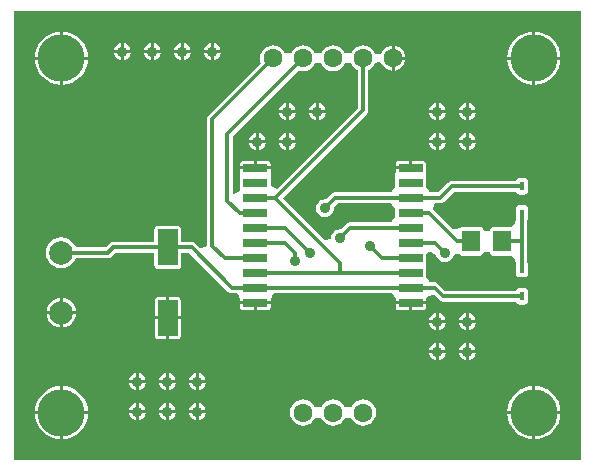
<source format=gtl>
%FSTAX24Y24*%
%MOIN*%
%SFA1B1*%

%IPPOS*%
%ADD10R,0.065000X0.120100*%
%ADD11R,0.059100X0.070900*%
%ADD12R,0.080700X0.025600*%
%ADD13R,0.015700X0.031500*%
%ADD14C,0.011800*%
%ADD15C,0.078700*%
%ADD16C,0.063000*%
%ADD17C,0.035400*%
%ADD18C,0.157500*%
%LNbldc_driver-1*%
%LPD*%
G36*
X019291Y000394D02*
X000394D01*
Y015354*
X019291*
Y000394*
G37*
%LNbldc_driver-2*%
%LPC*%
G36*
X01545Y005273D02*
X015428Y00527D01*
X01536Y005242*
X015302Y005198*
X015258Y00514*
X01523Y005072*
X015227Y00505*
X01545*
Y005273*
G37*
G36*
X01455D02*
Y00505D01*
X014773*
X01477Y005072*
X014742Y00514*
X014698Y005198*
X01464Y005242*
X014572Y00527*
X01455Y005273*
G37*
G36*
X01555D02*
Y00505D01*
X015773*
X01577Y005072*
X015742Y00514*
X015698Y005198*
X01564Y005242*
X015572Y00527*
X01555Y005273*
G37*
G36*
X001919Y005791D02*
X00184Y00578D01*
X00172Y00573*
X001616Y005651*
X001537Y005548*
X001488Y005428*
X001477Y005349*
X001919*
Y005791*
G37*
G36*
X005837Y00583D02*
X005562D01*
Y005178*
X005939*
Y005728*
X005931Y005767*
X005909Y0058*
X005876Y005823*
X005837Y00583*
G37*
G36*
X005462D02*
X005187D01*
X005148Y005823*
X005115Y0058*
X005093Y005767*
X005085Y005728*
Y005178*
X005462*
Y00583*
G37*
G36*
X015773Y00495D02*
X01555D01*
Y004727*
X015572Y00473*
X01564Y004758*
X015698Y004802*
X015742Y00486*
X01577Y004928*
X015773Y00495*
G37*
G36*
X01545D02*
X015227D01*
X01523Y004928*
X015258Y00486*
X015302Y004802*
X01536Y004758*
X015428Y00473*
X01545Y004727*
Y00495*
G37*
G36*
X014773D02*
X01455D01*
Y004727*
X014572Y00473*
X01464Y004758*
X014698Y004802*
X014742Y00486*
X01477Y004928*
X014773Y00495*
G37*
G36*
X01445Y005273D02*
X014428Y00527D01*
X01436Y005242*
X014302Y005198*
X014258Y00514*
X01423Y005072*
X014227Y00505*
X01445*
Y005273*
G37*
G36*
X00246Y005249D02*
X002019D01*
Y004808*
X002097Y004818*
X002217Y004868*
X002321Y004947*
X0024Y00505*
X002449Y00517*
X00246Y005249*
G37*
G36*
X001919D02*
X001477D01*
X001488Y00517*
X001537Y00505*
X001616Y004947*
X00172Y004868*
X00184Y004818*
X001919Y004808*
Y005249*
G37*
G36*
X002019Y005791D02*
Y005349D01*
X00246*
X002449Y005428*
X0024Y005548*
X002321Y005651*
X002217Y00573*
X002097Y00578*
X002019Y005791*
G37*
G36*
X017667Y002855D02*
X017543Y002843D01*
X017375Y002792*
X017221Y00271*
X017086Y002599*
X016975Y002464*
X016893Y00231*
X016842Y002142*
X01683Y002018*
X017667*
Y002855*
G37*
G36*
X017767D02*
Y002018D01*
X018603*
X018591Y002142*
X01854Y00231*
X018458Y002464*
X018347Y002599*
X018212Y00271*
X018058Y002792*
X01789Y002843*
X017767Y002855*
G37*
G36*
X00445Y002273D02*
X004428Y00227D01*
X00436Y002242*
X004302Y002198*
X004258Y00214*
X00423Y002072*
X004227Y00205*
X00445*
Y002273*
G37*
G36*
X014773Y01095D02*
X01455D01*
Y010727*
X014572Y01073*
X01464Y010758*
X014698Y010802*
X014742Y01086*
X01477Y010928*
X014773Y01095*
G37*
G36*
X01445D02*
X014227D01*
X01423Y010928*
X014258Y01086*
X014302Y010802*
X01436Y010758*
X014428Y01073*
X01445Y010727*
Y01095*
G37*
G36*
X002018Y002855D02*
Y002018D01*
X002855*
X002843Y002142*
X002792Y00231*
X00271Y002464*
X002599Y002599*
X002464Y00271*
X00231Y002792*
X002142Y002843*
X002018Y002855*
G37*
G36*
X013562Y010354D02*
X013209D01*
X01317Y010346*
X013137Y010324*
X013114Y010291*
X013107Y010252*
Y010174*
X013562*
Y010354*
G37*
G36*
Y005574D02*
X013107D01*
Y005496*
X013114Y005457*
X013137Y005424*
X01317Y005402*
X013209Y005394*
X013562*
Y005574*
G37*
G36*
X008941D02*
X008485D01*
Y005394*
X008839*
X008878Y005402*
X008911Y005424*
X008933Y005457*
X008941Y005496*
Y005574*
G37*
G36*
X008385D02*
X00793D01*
Y005496*
X007937Y005457*
X007959Y005424*
X007992Y005402*
X008031Y005394*
X008385*
Y005574*
G37*
G36*
X00455Y002273D02*
Y00205D01*
X004773*
X00477Y002072*
X004742Y00214*
X004698Y002198*
X00464Y002242*
X004572Y00227*
X00455Y002273*
G37*
G36*
X00545D02*
X005428Y00227D01*
X00536Y002242*
X005302Y002198*
X005258Y00214*
X00523Y002072*
X005227Y00205*
X00545*
Y002273*
G37*
G36*
X014118Y005574D02*
X013662D01*
Y005394*
X014016*
X014055Y005402*
X014088Y005424*
X01411Y005457*
X014118Y005496*
Y005574*
G37*
G36*
X006773Y00295D02*
X00655D01*
Y002727*
X006572Y00273*
X00664Y002758*
X006698Y002802*
X006742Y00286*
X00677Y002928*
X006773Y00295*
G37*
G36*
X00645D02*
X006227D01*
X00623Y002928*
X006258Y00286*
X006302Y002802*
X00636Y002758*
X006428Y00273*
X00645Y002727*
Y00295*
G37*
G36*
X005773D02*
X00555D01*
Y002727*
X005572Y00273*
X00564Y002758*
X005698Y002802*
X005742Y00286*
X00577Y002928*
X005773Y00295*
G37*
G36*
X00545Y003273D02*
X005428Y00327D01*
X00536Y003242*
X005302Y003198*
X005258Y00314*
X00523Y003072*
X005227Y00305*
X00545*
Y003273*
G37*
G36*
X00455D02*
Y00305D01*
X004773*
X00477Y003072*
X004742Y00314*
X004698Y003198*
X00464Y003242*
X004572Y00327*
X00455Y003273*
G37*
G36*
X00445D02*
X004428Y00327D01*
X00436Y003242*
X004302Y003198*
X004258Y00314*
X00423Y003072*
X004227Y00305*
X00445*
Y003273*
G37*
G36*
X00545Y00295D02*
X005227D01*
X00523Y002928*
X005258Y00286*
X005302Y002802*
X00536Y002758*
X005428Y00273*
X00545Y002727*
Y00295*
G37*
G36*
X00655Y002273D02*
Y00205D01*
X006773*
X00677Y002072*
X006742Y00214*
X006698Y002198*
X00664Y002242*
X006572Y00227*
X00655Y002273*
G37*
G36*
X00645D02*
X006428Y00227D01*
X00636Y002242*
X006302Y002198*
X006258Y00214*
X00623Y002072*
X006227Y00205*
X00645*
Y002273*
G37*
G36*
X00555D02*
Y00205D01*
X005773*
X00577Y002072*
X005742Y00214*
X005698Y002198*
X00564Y002242*
X005572Y00227*
X00555Y002273*
G37*
G36*
X004773Y00295D02*
X00455D01*
Y002727*
X004572Y00273*
X00464Y002758*
X004698Y002802*
X004742Y00286*
X00477Y002928*
X004773Y00295*
G37*
G36*
X00445D02*
X004227D01*
X00423Y002928*
X004258Y00286*
X004302Y002802*
X00436Y002758*
X004428Y00273*
X00445Y002727*
Y00295*
G37*
G36*
X012024Y002405D02*
X011911Y00239D01*
X011805Y002347*
X011715Y002277*
X011645Y002187*
X011627Y002144*
X01142*
X011402Y002187*
X011332Y002277*
X011242Y002347*
X011137Y00239*
X011024Y002405*
X010911Y00239*
X010805Y002347*
X010715Y002277*
X010645Y002187*
X010627Y002144*
X01042*
X010402Y002187*
X010332Y002277*
X010242Y002347*
X010137Y00239*
X010024Y002405*
X009911Y00239*
X009805Y002347*
X009715Y002277*
X009645Y002187*
X009602Y002082*
X009587Y001969*
X009602Y001855*
X009645Y00175*
X009715Y00166*
X009805Y00159*
X009911Y001547*
X010024Y001532*
X010137Y001547*
X010242Y00159*
X010332Y00166*
X010402Y00175*
X01042Y001793*
X010627*
X010645Y00175*
X010715Y00166*
X010805Y00159*
X010911Y001547*
X011024Y001532*
X011137Y001547*
X011242Y00159*
X011332Y00166*
X011402Y00175*
X01142Y001793*
X011627*
X011645Y00175*
X011715Y00166*
X011805Y00159*
X011911Y001547*
X012024Y001532*
X012137Y001547*
X012242Y00159*
X012332Y00166*
X012402Y00175*
X012446Y001855*
X01246Y001969*
X012446Y002082*
X012402Y002187*
X012332Y002277*
X012242Y002347*
X012137Y00239*
X012024Y002405*
G37*
G36*
X00555Y003273D02*
Y00305D01*
X005773*
X00577Y003072*
X005742Y00314*
X005698Y003198*
X00564Y003242*
X005572Y00327*
X00555Y003273*
G37*
G36*
X01555Y004273D02*
Y00405D01*
X015773*
X01577Y004072*
X015742Y00414*
X015698Y004198*
X01564Y004242*
X015572Y00427*
X01555Y004273*
G37*
G36*
X01545D02*
X015428Y00427D01*
X01536Y004242*
X015302Y004198*
X015258Y00414*
X01523Y004072*
X015227Y00405*
X01545*
Y004273*
G37*
G36*
X01455D02*
Y00405D01*
X014773*
X01477Y004072*
X014742Y00414*
X014698Y004198*
X01464Y004242*
X014572Y00427*
X01455Y004273*
G37*
G36*
X01445Y00495D02*
X014227D01*
X01423Y004928*
X014258Y00486*
X014302Y004802*
X01436Y004758*
X014428Y00473*
X01445Y004727*
Y00495*
G37*
G36*
X005939Y005078D02*
X005562D01*
Y004426*
X005837*
X005876Y004433*
X005909Y004455*
X005931Y004489*
X005939Y004528*
Y005078*
G37*
G36*
X005462D02*
X005085D01*
Y004528*
X005093Y004489*
X005115Y004455*
X005148Y004433*
X005187Y004426*
X005462*
Y005078*
G37*
G36*
X01445Y004273D02*
X014428Y00427D01*
X01436Y004242*
X014302Y004198*
X014258Y00414*
X01423Y004072*
X014227Y00405*
X01445*
Y004273*
G37*
G36*
Y00395D02*
X014227D01*
X01423Y003928*
X014258Y00386*
X014302Y003802*
X01436Y003758*
X014428Y00373*
X01445Y003727*
Y00395*
G37*
G36*
X00655Y003273D02*
Y00305D01*
X006773*
X00677Y003072*
X006742Y00314*
X006698Y003198*
X00664Y003242*
X006572Y00327*
X00655Y003273*
G37*
G36*
X00645D02*
X006428Y00327D01*
X00636Y003242*
X006302Y003198*
X006258Y00314*
X00623Y003072*
X006227Y00305*
X00645*
Y003273*
G37*
G36*
X015773Y00395D02*
X01555D01*
Y003727*
X015572Y00373*
X01564Y003758*
X015698Y003802*
X015742Y00386*
X01577Y003928*
X015773Y00395*
G37*
G36*
X01545D02*
X015227D01*
X01523Y003928*
X015258Y00386*
X015302Y003802*
X01536Y003758*
X015428Y00373*
X01545Y003727*
Y00395*
G37*
G36*
X014773D02*
X01455D01*
Y003727*
X014572Y00373*
X01464Y003758*
X014698Y003802*
X014742Y00386*
X01477Y003928*
X014773Y00395*
G37*
G36*
X006273Y01395D02*
X00605D01*
Y013727*
X006072Y01373*
X00614Y013758*
X006198Y013802*
X006242Y01386*
X00627Y013928*
X006273Y01395*
G37*
G36*
X00595D02*
X005727D01*
X00573Y013928*
X005758Y01386*
X005802Y013802*
X00586Y013758*
X005928Y01373*
X00595Y013727*
Y01395*
G37*
G36*
X005273D02*
X00505D01*
Y013727*
X005072Y01373*
X00514Y013758*
X005198Y013802*
X005242Y01386*
X00527Y013928*
X005273Y01395*
G37*
G36*
X001919Y014666D02*
X001795Y014654D01*
X001627Y014603*
X001473Y014521*
X001338Y01441*
X001227Y014275*
X001145Y014121*
X001094Y013953*
X001082Y01383*
X001919*
Y014666*
G37*
G36*
X007273Y01395D02*
X00705D01*
Y013727*
X007072Y01373*
X00714Y013758*
X007198Y013802*
X007242Y01386*
X00727Y013928*
X007273Y01395*
G37*
G36*
X00695D02*
X006727D01*
X00673Y013928*
X006758Y01386*
X006802Y013802*
X00686Y013758*
X006928Y01373*
X00695Y013727*
Y01395*
G37*
G36*
X00495D02*
X004727D01*
X00473Y013928*
X004758Y01386*
X004802Y013802*
X00486Y013758*
X004928Y01373*
X00495Y013727*
Y01395*
G37*
G36*
X018603Y01373D02*
X017767D01*
Y012893*
X01789Y012905*
X018058Y012956*
X018212Y013038*
X018347Y013149*
X018458Y013284*
X01854Y013438*
X018591Y013606*
X018603Y01373*
G37*
G36*
X017667D02*
X01683D01*
X016842Y013606*
X016893Y013438*
X016975Y013284*
X017086Y013149*
X017221Y013038*
X017375Y012956*
X017543Y012905*
X017667Y012893*
Y01373*
G37*
G36*
X002855D02*
X002018D01*
Y012893*
X002142Y012905*
X00231Y012956*
X002464Y013038*
X002599Y013149*
X00271Y013284*
X002792Y013438*
X002843Y013606*
X002855Y01373*
G37*
G36*
X004273Y01395D02*
X00405D01*
Y013727*
X004072Y01373*
X00414Y013758*
X004198Y013802*
X004242Y01386*
X00427Y013928*
X004273Y01395*
G37*
G36*
X00395D02*
X003727D01*
X00373Y013928*
X003758Y01386*
X003802Y013802*
X00386Y013758*
X003928Y01373*
X00395Y013727*
Y01395*
G37*
G36*
X013436Y01373D02*
X013074D01*
Y013368*
X013132Y013375*
X013233Y013417*
X01332Y013484*
X013386Y01357*
X013428Y013671*
X013436Y01373*
G37*
G36*
X00595Y014273D02*
X005928Y01427D01*
X00586Y014242*
X005802Y014198*
X005758Y01414*
X00573Y014072*
X005727Y01405*
X00595*
Y014273*
G37*
G36*
X00505D02*
Y01405D01*
X005273*
X00527Y014072*
X005242Y01414*
X005198Y014198*
X00514Y014242*
X005072Y01427*
X00505Y014273*
G37*
G36*
X00495D02*
X004928Y01427D01*
X00486Y014242*
X004802Y014198*
X004758Y01414*
X00473Y014072*
X004727Y01405*
X00495*
Y014273*
G37*
G36*
X00705D02*
Y01405D01*
X007273*
X00727Y014072*
X007242Y01414*
X007198Y014198*
X00714Y014242*
X007072Y01427*
X00705Y014273*
G37*
G36*
X00695D02*
X006928Y01427D01*
X00686Y014242*
X006802Y014198*
X006758Y01414*
X00673Y014072*
X006727Y01405*
X00695*
Y014273*
G37*
G36*
X00605D02*
Y01405D01*
X006273*
X00627Y014072*
X006242Y01414*
X006198Y014198*
X00614Y014242*
X006072Y01427*
X00605Y014273*
G37*
G36*
X00405D02*
Y01405D01*
X004273*
X00427Y014072*
X004242Y01414*
X004198Y014198*
X00414Y014242*
X004072Y01427*
X00405Y014273*
G37*
G36*
X017667Y014666D02*
X017543Y014654D01*
X017375Y014603*
X017221Y014521*
X017086Y01441*
X016975Y014275*
X016893Y014121*
X016842Y013953*
X01683Y01383*
X017667*
Y014666*
G37*
G36*
X013074Y014191D02*
Y01383D01*
X013436*
X013428Y013888*
X013386Y013989*
X01332Y014075*
X013233Y014142*
X013132Y014184*
X013074Y014191*
G37*
G36*
X002018Y014666D02*
Y01383D01*
X002855*
X002843Y013953*
X002792Y014121*
X00271Y014275*
X002599Y01441*
X002464Y014521*
X00231Y014603*
X002142Y014654*
X002018Y014666*
G37*
G36*
X00395Y014273D02*
X003928Y01427D01*
X00386Y014242*
X003802Y014198*
X003758Y01414*
X00373Y014072*
X003727Y01405*
X00395*
Y014273*
G37*
G36*
X012024Y014216D02*
X011911Y014201D01*
X011805Y014158*
X011715Y014088*
X011645Y013998*
X011627Y013955*
X01142*
X011402Y013998*
X011332Y014088*
X011242Y014158*
X011137Y014201*
X011024Y014216*
X010911Y014201*
X010805Y014158*
X010715Y014088*
X010645Y013998*
X010627Y013955*
X01042*
X010402Y013998*
X010332Y014088*
X010242Y014158*
X010137Y014201*
X010024Y014216*
X009911Y014201*
X009805Y014158*
X009715Y014088*
X009645Y013998*
X009627Y013955*
X00942*
X009402Y013998*
X009332Y014088*
X009242Y014158*
X009137Y014201*
X009024Y014216*
X008911Y014201*
X008805Y014158*
X008715Y014088*
X008645Y013998*
X008602Y013893*
X008587Y01378*
X008602Y013666*
X008617Y013629*
X006872Y011884*
X006833Y011825*
X006819Y011756*
Y007531*
X006634Y007454*
X006589Y007448*
X006439Y007598*
X00638Y007637*
X006311Y007651*
X005957*
Y008071*
X005948Y008117*
X005922Y008156*
X005883Y008182*
X005837Y008191*
X005187*
X005141Y008182*
X005102Y008156*
X005076Y008117*
X005067Y008071*
Y007651*
X003689*
X00362Y007637*
X003561Y007598*
X003443Y00748*
X002448*
X002416Y007557*
X002334Y007664*
X002227Y007746*
X002102Y007798*
X001969Y007815*
X001835Y007798*
X00171Y007746*
X001603Y007664*
X001521Y007557*
X00147Y007433*
X001452Y007299*
X00147Y007166*
X001521Y007041*
X001603Y006934*
X00171Y006852*
X001835Y006801*
X001969Y006783*
X002102Y006801*
X002227Y006852*
X002334Y006934*
X002416Y007041*
X002448Y007119*
X003518*
X003587Y007132*
X003645Y007171*
X003764Y00729*
X005067*
Y00687*
X005076Y006824*
X005102Y006785*
X005141Y006759*
X005187Y00675*
X005837*
X005883Y006759*
X005922Y006785*
X005948Y006824*
X005957Y00687*
Y00729*
X006236*
X00753Y005996*
X007588Y005957*
X007657Y005943*
X007811*
X007842Y005906*
X007929Y005752*
X00793Y005749*
Y005703*
Y005674*
X008435*
X008941*
Y005703*
Y005749*
Y005752*
X009028Y005906*
X009059Y005943*
X012988*
X013019Y005906*
X013107Y005752*
Y005749*
Y005703*
Y005674*
X013612*
X014118*
Y005703*
Y005749*
Y005752*
X014174Y005851*
X014345Y005882*
X014405Y005871*
X014557Y005719*
X014616Y00568*
X014685Y005666*
X017128*
X017133Y005643*
X017159Y005604*
X017198Y005578*
X017244Y005569*
X017402*
X017448Y005578*
X017487Y005604*
X017513Y005643*
X017522Y005689*
Y006004*
X017513Y00605*
X017487Y006089*
X017448Y006115*
X017402Y006124*
X017244*
X017198Y006115*
X017159Y006089*
X017133Y00605*
X017128Y006027*
X01476*
X014535Y006252*
X014477Y006291*
X014407Y006305*
X014267*
X01422Y006353*
X014136Y006496*
Y006532*
Y006714*
Y006752*
X014127Y006874*
X014136Y006996*
Y007032*
Y007214*
Y007252*
X014173Y007314*
X014264Y007332*
X014292Y007324*
X014462Y007204*
X014492Y007133*
X014539Y007071*
X014601Y007024*
X014673Y006994*
X01475Y006984*
X014827Y006994*
X014899Y007024*
X014961Y007071*
X015008Y007133*
X015038Y007204*
X01504Y007224*
X015127Y007249*
X015242*
X015249Y007238*
X015289Y007212*
X015335Y007202*
X015925*
X015971Y007212*
X01601Y007238*
X016036Y007277*
X016046Y007323*
X016238*
X016247Y007277*
X016273Y007238*
X016312Y007212*
X016358Y007202*
X016949*
X017064Y007136*
X017133Y006956*
X017124Y006909*
Y006594*
X017133Y006548*
X017159Y006509*
X017198Y006483*
X017244Y006474*
X017402*
X017448Y006483*
X017487Y006509*
X017513Y006548*
X017522Y006594*
Y006909*
X017513Y006956*
X017503Y00697*
Y007677*
Y008385*
X017513Y008399*
X017522Y008445*
Y00876*
X017513Y008806*
X017487Y008845*
X017448Y008871*
X017402Y00888*
X017244*
X017198Y008871*
X017159Y008845*
X017133Y008806*
X017124Y00876*
Y008445*
X017133Y008399*
X017064Y008218*
X016949Y008152*
X016358*
X016312Y008143*
X016273Y008117*
X016247Y008078*
X016238Y008031*
X016046*
X016036Y008078*
X01601Y008117*
X015971Y008143*
X015925Y008152*
X015335*
X015289Y008143*
X015249Y008117*
X015088Y008072*
X015021Y008069*
X014344Y008747*
Y008769*
X014406Y008943*
X014593*
X014662Y008957*
X01472Y008996*
X015051Y009327*
X017128*
X017133Y009304*
X017159Y009265*
X017198Y009239*
X017244Y00923*
X017402*
X017448Y009239*
X017487Y009265*
X017513Y009304*
X017522Y00935*
Y009665*
X017513Y009711*
X017487Y009751*
X017448Y009777*
X017402Y009786*
X017244*
X017198Y009777*
X017159Y009751*
X017133Y009711*
X017128Y009689*
X014976*
X014907Y009675*
X014849Y009636*
X014518Y009305*
X014267*
X01422Y009353*
X014136Y009496*
Y009532*
Y009638*
Y009733*
Y009752*
X014122Y009918*
X014119Y01001*
X014118Y010133*
Y010252*
X01411Y010291*
X014088Y010324*
X014055Y010346*
X014016Y010354*
X013662*
Y010124*
X013612*
Y010074*
X013107*
Y010045*
Y009996*
X013103Y009893*
X013099Y009829*
X013093Y009776*
X013088Y009752*
Y009733*
Y009534*
Y009496*
X013004Y009353*
X012958Y009305*
X011093*
X011023Y009291*
X010965Y009252*
X010787Y009074*
X01075Y009079*
X010673Y009069*
X010601Y009039*
X010539Y008992*
X010492Y00893*
X010462Y008859*
X010452Y008781*
X010462Y008704*
X010492Y008633*
X010539Y008571*
X010601Y008524*
X010673Y008494*
X01075Y008484*
X010827Y008494*
X010899Y008524*
X010961Y008571*
X011008Y008633*
X011038Y008704*
X011048Y008781*
X011046Y008797*
X011181Y008943*
X012958*
X013004Y008895*
X013088Y008752*
Y008716*
Y008534*
Y008496*
X013004Y008353*
X012958Y008305*
X011593*
X011523Y008291*
X011465Y008252*
X011287Y008074*
X01125Y008079*
X011173Y008069*
X011101Y008039*
X011039Y007992*
X010992Y00793*
X010962Y007859*
X010954Y007796*
X01091Y007765*
X010763Y007709*
X009348Y009124*
X012151Y011927*
X012191Y011986*
X012204Y012055*
Y013386*
X012242Y013401*
X012332Y013471*
X012402Y013561*
X012432Y013633*
X01251Y013649*
X012539Y01365*
X012636Y013632*
X012661Y01357*
X012728Y013484*
X012814Y013417*
X012915Y013375*
X012974Y013368*
Y01378*
Y014191*
X012915Y014184*
X012814Y014142*
X012728Y014075*
X012661Y013989*
X012636Y013927*
X012539Y01391*
X01251*
X012432Y013926*
X012402Y013998*
X012332Y014088*
X012242Y014158*
X012137Y014201*
X012024Y014216*
G37*
G36*
X017767Y014666D02*
Y01383D01*
X018603*
X018591Y013953*
X01854Y014121*
X018458Y014275*
X018347Y01441*
X018212Y014521*
X018058Y014603*
X01789Y014654*
X017767Y014666*
G37*
G36*
X01555Y011273D02*
Y01105D01*
X015773*
X01577Y011072*
X015742Y01114*
X015698Y011198*
X01564Y011242*
X015572Y01127*
X01555Y011273*
G37*
G36*
X01545D02*
X015428Y01127D01*
X01536Y011242*
X015302Y011198*
X015258Y01114*
X01523Y011072*
X015227Y01105*
X01545*
Y011273*
G37*
G36*
X01455D02*
Y01105D01*
X014773*
X01477Y011072*
X014742Y01114*
X014698Y011198*
X01464Y011242*
X014572Y01127*
X01455Y011273*
G37*
G36*
X00445Y00195D02*
X004227D01*
X00423Y001928*
X004258Y00186*
X004302Y001802*
X00436Y001758*
X004428Y00173*
X00445Y001727*
Y00195*
G37*
G36*
X004773D02*
X00455D01*
Y001727*
X004572Y00173*
X00464Y001758*
X004698Y001802*
X004742Y00186*
X00477Y001928*
X004773Y00195*
G37*
G36*
X00545D02*
X005227D01*
X00523Y001928*
X005258Y00186*
X005302Y001802*
X00536Y001758*
X005428Y00173*
X00545Y001727*
Y00195*
G37*
G36*
X01445Y011273D02*
X014428Y01127D01*
X01436Y011242*
X014302Y011198*
X014258Y01114*
X01423Y011072*
X014227Y01105*
X01445*
Y011273*
G37*
G36*
X001919Y002855D02*
X001795Y002843D01*
X001627Y002792*
X001473Y00271*
X001338Y002599*
X001227Y002464*
X001145Y00231*
X001094Y002142*
X001082Y002018*
X001919*
Y002855*
G37*
G36*
X015773Y01095D02*
X01555D01*
Y010727*
X015572Y01073*
X01564Y010758*
X015698Y010802*
X015742Y01086*
X01577Y010928*
X015773Y01095*
G37*
G36*
X01545D02*
X015227D01*
X01523Y010928*
X015258Y01086*
X015302Y010802*
X01536Y010758*
X015428Y01073*
X01545Y010727*
Y01095*
G37*
G36*
X005773Y00195D02*
X00555D01*
Y001727*
X005572Y00173*
X00564Y001758*
X005698Y001802*
X005742Y00186*
X00577Y001928*
X005773Y00195*
G37*
G36*
X00645D02*
X006227D01*
X00623Y001928*
X006258Y00186*
X006302Y001802*
X00636Y001758*
X006428Y00173*
X00645Y001727*
Y00195*
G37*
G36*
X006773D02*
X00655D01*
Y001727*
X006572Y00173*
X00664Y001758*
X006698Y001802*
X006742Y00186*
X00677Y001928*
X006773Y00195*
G37*
G36*
X018603Y001919D02*
X017767D01*
Y001082*
X01789Y001094*
X018058Y001145*
X018212Y001227*
X018347Y001338*
X018458Y001473*
X01854Y001627*
X018591Y001795*
X018603Y001919*
G37*
G36*
X01455Y012273D02*
Y01205D01*
X014773*
X01477Y012072*
X014742Y01214*
X014698Y012198*
X01464Y012242*
X014572Y01227*
X01455Y012273*
G37*
G36*
X01445D02*
X014428Y01227D01*
X01436Y012242*
X014302Y012198*
X014258Y01214*
X01423Y012072*
X014227Y01205*
X01445*
Y012273*
G37*
G36*
X001919Y001919D02*
X001082D01*
X001094Y001795*
X001145Y001627*
X001227Y001473*
X001338Y001338*
X001473Y001227*
X001627Y001145*
X001795Y001094*
X001919Y001082*
Y001919*
G37*
G36*
Y01373D02*
X001082D01*
X001094Y013606*
X001145Y013438*
X001227Y013284*
X001338Y013149*
X001473Y013038*
X001627Y012956*
X001795Y012905*
X001919Y012893*
Y01373*
G37*
G36*
X01555Y012273D02*
Y01205D01*
X015773*
X01577Y012072*
X015742Y01214*
X015698Y012198*
X01564Y012242*
X015572Y01227*
X01555Y012273*
G37*
G36*
X01545D02*
X015428Y01227D01*
X01536Y012242*
X015302Y012198*
X015258Y01214*
X01523Y012072*
X015227Y01205*
X01545*
Y012273*
G37*
G36*
X01445Y01195D02*
X014227D01*
X01423Y011928*
X014258Y01186*
X014302Y011802*
X01436Y011758*
X014428Y01173*
X01445Y011727*
Y01195*
G37*
G36*
X01545D02*
X015227D01*
X01523Y011928*
X015258Y01186*
X015302Y011802*
X01536Y011758*
X015428Y01173*
X01545Y011727*
Y01195*
G37*
G36*
X014773D02*
X01455D01*
Y011727*
X014572Y01173*
X01464Y011758*
X014698Y011802*
X014742Y01186*
X01477Y011928*
X014773Y01195*
G37*
G36*
X002855Y001919D02*
X002018D01*
Y001082*
X002142Y001094*
X00231Y001145*
X002464Y001227*
X002599Y001338*
X00271Y001473*
X002792Y001627*
X002843Y001795*
X002855Y001919*
G37*
G36*
X017667D02*
X01683D01*
X016842Y001795*
X016893Y001627*
X016975Y001473*
X017086Y001338*
X017221Y001227*
X017375Y001145*
X017543Y001094*
X017667Y001082*
Y001919*
G37*
G36*
X015773Y01195D02*
X01555D01*
Y011727*
X015572Y01173*
X01564Y011758*
X015698Y011802*
X015742Y01186*
X01577Y011928*
X015773Y01195*
G37*
%LNbldc_driver-3*%
%LPD*%
G36*
X011645Y013561D02*
X011715Y013471D01*
X011805Y013401*
X011843Y013386*
Y01213*
X009147Y009434*
X009026Y009474*
X008959Y009524*
Y009733*
Y009752*
X008954Y009776*
X008948Y009829*
X008944Y009893*
X008941Y009996*
Y010045*
Y010074*
X008435*
X00793*
Y010045*
Y009996*
X007926Y009893*
X007922Y009829*
X007916Y009776*
X007911Y009752*
Y009733*
Y009534*
Y009496*
X00792Y009374*
X007918Y00935*
X007732Y00925*
X007714Y009249*
X007681Y009272*
Y011181*
X009873Y013373*
X009911Y013358*
X010024Y013343*
X010137Y013358*
X010242Y013401*
X010332Y013471*
X010402Y013561*
X01042Y013604*
X010627*
X010645Y013561*
X010715Y013471*
X010805Y013401*
X010911Y013358*
X011024Y013343*
X011137Y013358*
X011242Y013401*
X011332Y013471*
X011402Y013561*
X01142Y013604*
X011627*
X011645Y013561*
G37*
%LNbldc_driver-4*%
%LPC*%
G36*
X009773Y01195D02*
X00955D01*
Y011727*
X009572Y01173*
X00964Y011758*
X009698Y011802*
X009742Y01186*
X00977Y011928*
X009773Y01195*
G37*
G36*
X01045D02*
X010227D01*
X01023Y011928*
X010258Y01186*
X010302Y011802*
X01036Y011758*
X010428Y01173*
X01045Y011727*
Y01195*
G37*
G36*
X00955Y011273D02*
Y01105D01*
X009773*
X00977Y011072*
X009742Y01114*
X009698Y011198*
X00964Y011242*
X009572Y01127*
X00955Y011273*
G37*
G36*
X00945Y01195D02*
X009227D01*
X00923Y011928*
X009258Y01186*
X009302Y011802*
X00936Y011758*
X009428Y01173*
X00945Y011727*
Y01195*
G37*
G36*
X010773D02*
X01055D01*
Y011727*
X010572Y01173*
X01064Y011758*
X010698Y011802*
X010742Y01186*
X01077Y011928*
X010773Y01195*
G37*
G36*
X01045Y012273D02*
X010428Y01227D01*
X01036Y012242*
X010302Y012198*
X010258Y01214*
X01023Y012072*
X010227Y01205*
X01045*
Y012273*
G37*
G36*
X01055D02*
Y01205D01*
X010773*
X01077Y012072*
X010742Y01214*
X010698Y012198*
X01064Y012242*
X010572Y01227*
X01055Y012273*
G37*
G36*
X00945D02*
X009428Y01227D01*
X00936Y012242*
X009302Y012198*
X009258Y01214*
X00923Y012072*
X009227Y01205*
X00945*
Y012273*
G37*
G36*
X00955D02*
Y01205D01*
X009773*
X00977Y012072*
X009742Y01214*
X009698Y012198*
X00964Y012242*
X009572Y01227*
X00955Y012273*
G37*
G36*
X00845Y01095D02*
X008227D01*
X00823Y010928*
X008258Y01086*
X008302Y010802*
X00836Y010758*
X008428Y01073*
X00845Y010727*
Y01095*
G37*
G36*
X008773D02*
X00855D01*
Y010727*
X008572Y01073*
X00864Y010758*
X008698Y010802*
X008742Y01086*
X00877Y010928*
X008773Y01095*
G37*
G36*
X008385Y010354D02*
X008031D01*
X007992Y010346*
X007959Y010324*
X007937Y010291*
X00793Y010252*
Y010174*
X008385*
Y010354*
G37*
G36*
X008839D02*
X008485D01*
Y010174*
X008941*
Y010252*
X008933Y010291*
X008911Y010324*
X008878Y010346*
X008839Y010354*
G37*
G36*
X00945Y01095D02*
X009227D01*
X00923Y010928*
X009258Y01086*
X009302Y010802*
X00936Y010758*
X009428Y01073*
X00945Y010727*
Y01095*
G37*
G36*
X00855Y011273D02*
Y01105D01*
X008773*
X00877Y011072*
X008742Y01114*
X008698Y011198*
X00864Y011242*
X008572Y01127*
X00855Y011273*
G37*
G36*
X00945D02*
X009428Y01127D01*
X00936Y011242*
X009302Y011198*
X009258Y01114*
X00923Y011072*
X009227Y01105*
X00945*
Y011273*
G37*
G36*
X009773Y01095D02*
X00955D01*
Y010727*
X009572Y01073*
X00964Y010758*
X009698Y010802*
X009742Y01086*
X00977Y010928*
X009773Y01095*
G37*
G36*
X00845Y011273D02*
X008428Y01127D01*
X00836Y011242*
X008302Y011198*
X008258Y01114*
X00823Y011072*
X008227Y01105*
X00845*
Y011273*
G37*
%LNbldc_driver-5*%
%LPD*%
G54D10*
X005512Y00747D03*
Y005128D03*
G54D11*
X016654Y007677D03*
X01563D03*
G54D12*
X013612Y005624D03*
Y006124D03*
Y006624D03*
Y007124D03*
Y007624D03*
Y008124D03*
Y008624D03*
Y009124D03*
Y009624D03*
Y010124D03*
X008435Y005624D03*
Y006124D03*
Y006624D03*
Y007124D03*
Y007624D03*
Y008124D03*
Y008624D03*
Y009124D03*
Y009624D03*
Y010124D03*
G54D13*
X017323Y005846D03*
Y006752D03*
Y008602D03*
Y009508D03*
G54D14*
X01125Y006624D02*
X013612D01*
X008435D02*
X01125D01*
Y006967*
X009093Y009124D02*
X01125Y006967D01*
X00975Y007031D02*
Y007282D01*
X009407Y007624D02*
X00975Y007282D01*
X008435Y007624D02*
X009407D01*
X008435Y006124D02*
X013612D01*
X014407Y007624D02*
X01475Y007282D01*
X013612Y007624D02*
X014407D01*
X014685Y005846D02*
X017323D01*
X014407Y006124D02*
X014685Y005846D01*
X01225Y007531D02*
X012657Y007124D01*
X013612*
X014211Y008624D02*
X015157Y007677D01*
X01563*
X017323D02*
Y008602D01*
Y006752D02*
Y007677D01*
X016654D02*
X017323D01*
X013612Y008624D02*
X014211D01*
X014593Y009124D02*
X014976Y009508D01*
X013612Y009124D02*
X014593D01*
X014976Y009508D02*
X017323D01*
X013612Y006124D02*
X014407D01*
X008435Y008124D02*
X009407D01*
X01025Y007282*
X012024Y012055D02*
Y01378D01*
X009093Y009124D02*
X012024Y012055D01*
X008435Y009124D02*
X009093D01*
X007Y007531D02*
X007407Y007124D01*
X008435*
X0075Y009032D02*
X007907Y008624D01*
X008435*
X0075Y009032D02*
Y011256D01*
X010024Y01378*
X007Y007531D02*
Y011756D01*
X009024Y01378*
X01125Y007782D02*
X011593Y008124D01*
X013612*
X01075Y008781D02*
X011093Y009124D01*
X013612*
X007657Y006124D02*
X008435D01*
X003518Y007299D02*
X003689Y00747D01*
X001969Y007299D02*
X003518D01*
X003689Y00747D02*
X005512D01*
X006311*
X007657Y006124*
G54D15*
X001969Y005299D03*
Y007299D03*
G54D16*
X009024Y01378D03*
X011024D03*
X012024D03*
X013024D03*
X010024D03*
X012024Y001969D03*
X011024D03*
X010024D03*
G54D17*
X00975Y007031D03*
X01025Y007282D03*
X01475D03*
X01225Y007531D03*
X01125Y007782D03*
X01075Y008781D03*
X0145Y012D03*
X0155D03*
Y011D03*
X0045Y002D03*
X0055D03*
X0065D03*
X0045Y003D03*
X0055D03*
X0065D03*
X0145Y004D03*
X0155D03*
Y005D03*
X0145D03*
Y011D03*
X0085D03*
X0095D03*
Y012D03*
X0105D03*
X004Y014D03*
X005D03*
X006D03*
X007D03*
G54D18*
X001969Y001969D03*
Y01378D03*
X017717D03*
Y001969D03*
M02*
</source>
